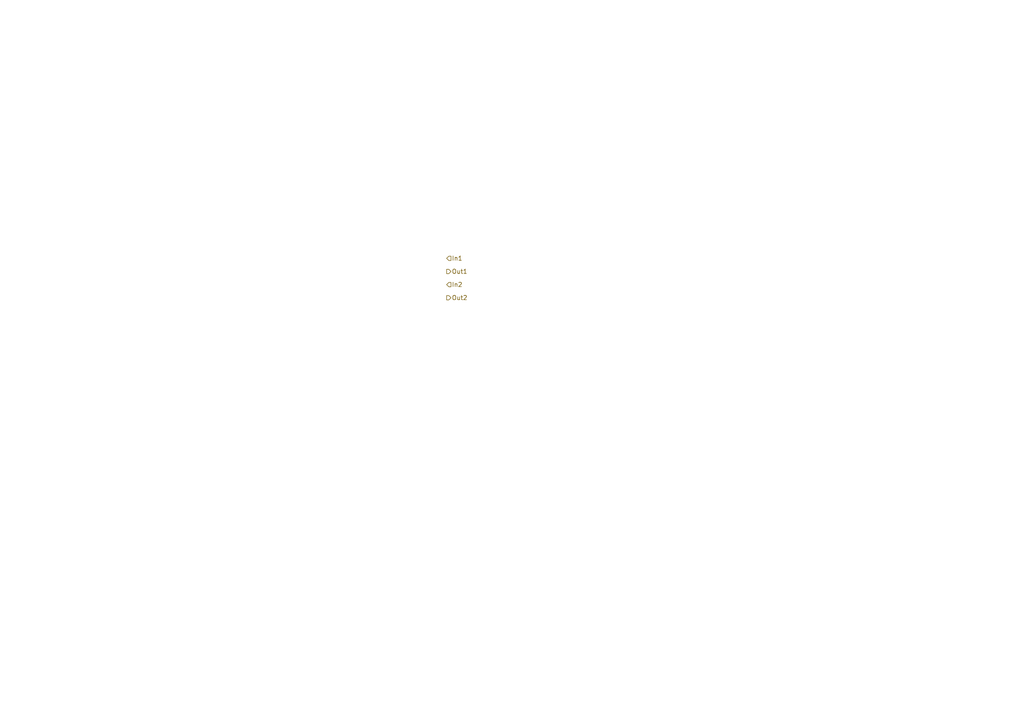
<source format=kicad_sch>
(kicad_sch
	(version 20231120)
	(generator "eeschema")
	(generator_version "8.0")
	(uuid "f7699b28-dfd0-4530-8f0c-9aa463992e8a")
	(paper "A4")
	(lib_symbols)
	(hierarchical_label "Out1"
		(shape output)
		(at 129.54 78.74 0)
		(fields_autoplaced yes)
		(effects
			(font
				(size 1.27 1.27)
			)
			(justify left)
		)
		(uuid "0498f53c-6978-4069-9956-675b0a641e47")
	)
	(hierarchical_label "Out2"
		(shape output)
		(at 129.54 86.36 0)
		(fields_autoplaced yes)
		(effects
			(font
				(size 1.27 1.27)
			)
			(justify left)
		)
		(uuid "bc38bbb6-fab1-447a-a612-9a6cb9d87c43")
	)
	(hierarchical_label "In2"
		(shape input)
		(at 129.54 82.55 0)
		(fields_autoplaced yes)
		(effects
			(font
				(size 1.27 1.27)
			)
			(justify left)
		)
		(uuid "ddb45c3a-4d68-4b40-8c86-30be270d019f")
	)
	(hierarchical_label "In1"
		(shape input)
		(at 129.54 74.93 0)
		(fields_autoplaced yes)
		(effects
			(font
				(size 1.27 1.27)
			)
			(justify left)
		)
		(uuid "e44a1585-8c10-44c0-a92a-108762b14d04")
	)
)

</source>
